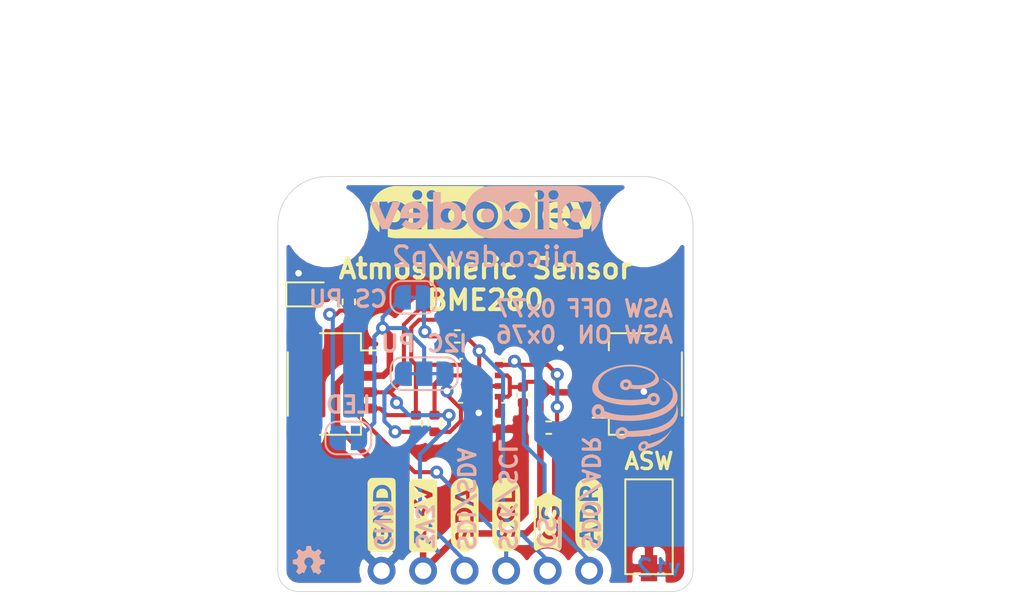
<source format=kicad_pcb>
(kicad_pcb (version 20171130) (host pcbnew "(5.1.12)-1")
  (title_block (title "PiicoDev Atmospheric Sensor BME280") (date 2021-03-23) (rev v10) (company "Core Electronics") (comment 1 "Based off https://github.com/sparkfun/Qwiic_Atmospheric_Sensor_Breakout_BME280") (comment 2 "released under Creative Commons Share-alike 4.0 International") (comment 3 https://creativecommons.org/licenses/by-sa/4.0/legalcode))
  (layers (0 F.Cu signal) (31 B.Cu signal) (34 B.Paste user) (35 F.Paste user) (36 B.SilkS user) (37 F.SilkS user) (38 B.Mask user) (39 F.Mask user) (44 Edge.Cuts user))
  (net 0 "")
  (net 1 GND)
  (net 2 +3V3)
  (net 3 "Net-(D1-Pad2)")
  (net 4 /SDI_SDA)
  (net 5 /SCK_SCL)
  (net 6 "Net-(JP2-Pad2)")
  (net 7 "Net-(JP3-Pad2)")
  (net 8 "Net-(JP1-Pad3)")
  (net 9 "Net-(JP1-Pad1)")
  (net 10 /SDO_ADR)
  (net 11 /~CS)
  (module CoreElectronics_Components:SolderJumper-2_P1.3mm_Bridged_RoundedPad1.0x1.5mm (layer B.Cu) (at 4.318 16.002 180)
    (fp_text reference JP2 hide)
    (fp_text value LED)
    (fp_poly (pts (xy 0.25 0.1) (xy -0.25 0.1) (xy -0.25 -0.1) (xy 0.25 -0.1)) (layer B.Cu) (width 0))
    (pad 1 smd custom (at -0.65 0 180) (size 1 0.5) (layers B.Cu B.Mask) (net 2 +3V3) (options (clearance outline) (anchor rect)) (primitives (gr_circle (center 0 -0.25) (end 0.5 -0.25) (width 0)) (gr_circle (center 0 0.25) (end 0.5 0.25) (width 0)) (gr_poly (pts (xy 0 0.75) (xy 0.5 0.75) (xy 0.5 -0.75) (xy 0 -0.75)) (width 0))))
    (pad 2 smd custom (at 0.65 0 180) (size 1 0.5) (layers B.Cu B.Mask) (net 6 "Net-(JP2-Pad2)") (options (clearance outline) (anchor rect)) (primitives (gr_circle (center 0 -0.25) (end 0.5 -0.25) (width 0)) (gr_circle (center 0 0.25) (end 0.5 0.25) (width 0)) (gr_poly (pts (xy 0 0.75) (xy -0.5 0.75) (xy -0.5 -0.75) (xy 0 -0.75)) (width 0))))
  )
  (module CoreElectronics_Components:SolderJumper-3_P1.3mm_Closed_RoundedPad1.0x1.5mm_NumberLabels (layer B.Cu) (at 8.954 12.07)
    (fp_text reference JP1 hide)
    (fp_text value SolderJumper_3_Bridged123)
    (fp_poly (pts (xy 0.8 -0.1) (xy -0.8 -0.1) (xy -0.8 0.1) (xy 0.8 0.1)) (layer B.Cu) (width 0))
    (pad 2 smd rect (at 0 0) (size 1 1.5) (layers B.Cu B.Mask) (net 2 +3V3))
    (pad 3 smd custom (at 1.3 0) (size 1 0.5) (layers B.Cu B.Mask) (net 8 "Net-(JP1-Pad3)") (options (clearance outline) (anchor rect)) (primitives (gr_circle (center 0 -0.25) (end 0.5 -0.25) (width 0)) (gr_circle (center 0 0.25) (end 0.5 0.25) (width 0)) (gr_poly (pts (xy -0.55 0.75) (xy 0 0.75) (xy 0 -0.75) (xy -0.55 -0.75)) (width 0))))
    (pad 1 smd custom (at -1.3 0) (size 1 0.5) (layers B.Cu B.Mask) (net 9 "Net-(JP1-Pad1)") (options (clearance outline) (anchor rect)) (primitives (gr_circle (center 0 -0.25) (end 0.5 -0.25) (width 0)) (gr_circle (center 0 0.25) (end 0.5 0.25) (width 0)) (gr_poly (pts (xy 0.55 0.75) (xy 0 0.75) (xy 0 -0.75) (xy 0.55 -0.75)) (width 0))))
  )
  (module CoreElectronics_Components:SolderJumper-2_P1.3mm_Bridged_RoundedPad1.0x1.5mm (layer B.Cu) (at 8.290799 7.391399)
    (fp_text reference JP3 hide)
    (fp_text value "EN I2C MODE")
    (fp_poly (pts (xy 0.25 0.1) (xy -0.25 0.1) (xy -0.25 -0.1) (xy 0.25 -0.1)) (layer B.Cu) (width 0))
    (pad 1 smd custom (at -0.65 0) (size 1 0.5) (layers B.Cu B.Mask) (net 2 +3V3) (options (clearance outline) (anchor rect)) (primitives (gr_circle (center 0 -0.25) (end 0.5 -0.25) (width 0)) (gr_circle (center 0 0.25) (end 0.5 0.25) (width 0)) (gr_poly (pts (xy 0 0.75) (xy 0.5 0.75) (xy 0.5 -0.75) (xy 0 -0.75)) (width 0))))
    (pad 2 smd custom (at 0.65 0) (size 1 0.5) (layers B.Cu B.Mask) (net 7 "Net-(JP3-Pad2)") (options (clearance outline) (anchor rect)) (primitives (gr_circle (center 0 -0.25) (end 0.5 -0.25) (width 0)) (gr_circle (center 0 0.25) (end 0.5 0.25) (width 0)) (gr_poly (pts (xy 0 0.75) (xy -0.5 0.75) (xy -0.5 -0.75) (xy 0 -0.75)) (width 0))))
  )
  (module CoreElectronics_Artwork:piicodev_logo_14.2x3.4mm (layer F.Cu) (at 12.716731 2.285999)
    (fp_text reference G3 hide)
    (fp_text value LOGO_made-with-love hide)
  )
  (module CoreElectronics_Artwork:CoreElectronics_logo_5mm (layer B.Cu) (at 21.843999 14.173199 180)
    (fp_text reference G1 hide)
    (fp_text value LOGO_CoreElectronics_no-text hide)
  )
  (module CoreElectronics_Artwork:oshw (layer B.Cu) (at 1.905 23.495 180)
    (fp_text reference LOGO1 hide)
    (fp_text value Logo_Open_Hardware_Small hide)
  )
  (module CoreElectronics_Artwork:piicodev_logo_14.2x3.4mm (layer B.Cu) (at 12.683269 2.285999 180)
    (fp_text reference G1 hide)
    (fp_text value LOGO_CoreElectronics_made-with-love hide)
  )
  (module CoreElectronics_Components:SW_DIP_x01_Slide_CHS-01A1 (layer F.Cu) (at 22.707599 21.437599)
    (fp_text reference SW1 hide)
    (fp_text value SW_DIP_x01)
    (pad 1 smd rect (at 0 2.54) (size 1 1.6) (layers F.Cu F.Paste F.Mask) (net 1 GND))
    (pad 2 smd rect (at 0 -2.54) (size 1 1.6) (layers F.Cu F.Paste F.Mask) (net 10 /SDO_ADR))
  )
  (module CoreElectronics_Logos:pin-label_CS (layer F.Cu) (at 16.674903 20.702381 90)
    (fp_text reference G*** hide)
    (fp_text value LOGO hide)
  )
  (module CoreElectronics_Logos:pin-label_ADR (layer F.Cu) (at 19.123936 20.702381 90)
    (fp_text reference G*** hide)
    (fp_text value LOGO hide)
  )
  (module CoreElectronics_Logos:pin-label_SDA (layer F.Cu) (at 11.507053 20.706 90)
    (fp_text reference G*** hide)
    (fp_text value LOGO hide)
  )
  (module CoreElectronics_Logos:pin-label_SCL (layer F.Cu) (at 14.046939 20.706 90)
    (fp_text reference G*** hide)
    (fp_text value LOGO hide)
  )
  (module CoreElectronics_Logos:pin-label_GND (layer F.Cu) (at 6.456235 20.706 90)
    (fp_text reference G*** hide)
    (fp_text value LOGO hide)
  )
  (module CoreElectronics_Logos:pin-label_3V3 (layer F.Cu) (at 8.987196 20.75108 90)
    (fp_text reference G*** hide)
    (fp_text value LOGO hide)
  )
  (module MountingHole:MountingHole_2.7mm_M2.5 (layer F.Cu) (at 22.4 3)
    (fp_text reference H2 hide)
    (fp_text value " ")
    (pad 1 np_thru_hole circle (at 0 0) (size 2.7 2.7) (drill 2.7) (layers *.Cu *.Mask))
  )
  (module MountingHole:MountingHole_2.7mm_M2.5 (layer F.Cu) (at 3 3)
    (fp_text reference H1 hide)
    (fp_text value " ")
    (pad 1 np_thru_hole circle (at 0 0) (size 2.7 2.7) (drill 2.7) (layers *.Cu *.Mask))
  )
  (module Connector_JST:JST_SH_SM04B-SRSS-TB_1x04-1MP_P1.00mm_Horizontal (layer F.Cu) (at 3.302 12.7 270)
    (fp_text reference J2 hide)
    (fp_text value piico hide)
    (pad 1 smd roundrect (at -1.5 -2 270) (size 0.6 1.55) (layers F.Cu F.Paste F.Mask) (net 1 GND))
    (pad 2 smd roundrect (at -0.5 -2 270) (size 0.6 1.55) (layers F.Cu F.Paste F.Mask) (net 2 +3V3))
    (pad 3 smd roundrect (at 0.5 -2 270) (size 0.6 1.55) (layers F.Cu F.Paste F.Mask) (net 4 /SDI_SDA))
    (pad 4 smd roundrect (at 1.5 -2 270) (size 0.6 1.55) (layers F.Cu F.Paste F.Mask) (net 5 /SCK_SCL))
    (pad MP smd roundrect (at -2.8 1.875 270) (size 1.2 1.8) (layers F.Cu F.Paste F.Mask) (roundrect_rratio 0.2083325))
    (pad MP smd roundrect (at 2.8 1.875 270) (size 1.2 1.8) (layers F.Cu F.Paste F.Mask) (roundrect_rratio 0.2083325))
  )
  (module Connector_JST:JST_SH_SM04B-SRSS-TB_1x04-1MP_P1.00mm_Horizontal (layer F.Cu) (at 22.035 12.7 90)
    (fp_text reference J1 hide)
    (fp_text value piico hide)
    (pad 1 smd roundrect (at -1.5 -2 90) (size 0.6 1.55) (layers F.Cu F.Paste F.Mask) (net 1 GND))
    (pad 2 smd roundrect (at -0.5 -2 90) (size 0.6 1.55) (layers F.Cu F.Paste F.Mask) (net 2 +3V3))
    (pad 3 smd roundrect (at 0.5 -2 90) (size 0.6 1.55) (layers F.Cu F.Paste F.Mask) (net 4 /SDI_SDA))
    (pad 4 smd roundrect (at 1.5 -2 90) (size 0.6 1.55) (layers F.Cu F.Paste F.Mask) (net 5 /SCK_SCL))
    (pad MP smd roundrect (at -2.8 1.875 90) (size 1.2 1.8) (layers F.Cu F.Paste F.Mask) (roundrect_rratio 0.2083325))
    (pad MP smd roundrect (at 2.8 1.875 90) (size 1.2 1.8) (layers F.Cu F.Paste F.Mask) (roundrect_rratio 0.2083325))
  )
  (module CoreElectronics_Connectors:PinHeader_1x06_P2.54mm_Vertical_no-silk (layer F.Cu) (at 6.35 24.13 90)
    (fp_text reference J3 hide)
    (fp_text value " " hide)
    (pad 1 thru_hole circle (at 0 0 90) (size 1.7 1.7) (drill 1) (layers *.Cu *.Mask) (net 1 GND))
    (pad 2 thru_hole oval (at 0 2.54 90) (size 1.7 1.7) (drill 1) (layers *.Cu *.Mask) (net 2 +3V3))
    (pad 3 thru_hole oval (at 0 5.08 90) (size 1.7 1.7) (drill 1) (layers *.Cu *.Mask) (net 4 /SDI_SDA))
    (pad 4 thru_hole oval (at 0 7.62 90) (size 1.7 1.7) (drill 1) (layers *.Cu *.Mask) (net 5 /SCK_SCL))
    (pad 5 thru_hole oval (at 0 10.16 90) (size 1.7 1.7) (drill 1) (layers *.Cu *.Mask) (net 11 /~CS))
    (pad 6 thru_hole oval (at 0 12.7 90) (size 1.7 1.7) (drill 1) (layers *.Cu *.Mask) (net 10 /SDO_ADR))
  )
  (module Package_LGA:Bosch_LGA-8_2.5x2.5mm_P0.65mm_ClockwisePinNumbering (layer F.Cu) (at 12.5 12.5 90)
    (fp_text reference U1 hide)
    (fp_text value BME280 hide)
    (pad 5 smd rect (at 0.975 1.025 180) (size 0.5 0.35) (layers F.Cu F.Paste F.Mask) (net 10 /SDO_ADR))
    (pad 6 smd rect (at 0.325 1.025 180) (size 0.5 0.35) (layers F.Cu F.Paste F.Mask) (net 2 +3V3))
    (pad 7 smd rect (at -0.325 1.025 180) (size 0.5 0.35) (layers F.Cu F.Paste F.Mask) (net 1 GND))
    (pad 8 smd rect (at -0.975 1.025 180) (size 0.5 0.35) (layers F.Cu F.Paste F.Mask) (net 2 +3V3))
    (pad 1 smd rect (at -0.975 -1.025 180) (size 0.5 0.35) (layers F.Cu F.Paste F.Mask) (net 1 GND))
    (pad 2 smd rect (at -0.325 -1.025 180) (size 0.5 0.35) (layers F.Cu F.Paste F.Mask) (net 11 /~CS))
    (pad 3 smd rect (at 0.325 -1.025 180) (size 0.5 0.35) (layers F.Cu F.Paste F.Mask) (net 4 /SDI_SDA))
    (pad 4 smd rect (at 0.975 -1.025 180) (size 0.5 0.35) (layers F.Cu F.Paste F.Mask) (net 5 /SCK_SCL))
  )
  (module Resistor_SMD:R_0402_1005Metric (layer F.Cu) (at 16.574 15.372)
    (fp_text reference R5 hide)
    (fp_text value 10k hide)
    (pad 2 smd roundrect (at 0.51 0) (size 0.54 0.64) (layers F.Cu F.Paste F.Mask) (net 10 /SDO_ADR))
    (pad 1 smd roundrect (at -0.51 0) (size 0.54 0.64) (layers F.Cu F.Paste F.Mask) (net 2 +3V3))
  )
  (module Resistor_SMD:R_0402_1005Metric (layer F.Cu) (at 10.986 9.784)
    (fp_text reference R4 hide)
    (fp_text value 10k hide)
    (pad 2 smd roundrect (at 0.51 0) (size 0.54 0.64) (layers F.Cu F.Paste F.Mask) (net 11 /~CS))
    (pad 1 smd roundrect (at -0.51 0) (size 0.54 0.64) (layers F.Cu F.Paste F.Mask) (net 7 "Net-(JP3-Pad2)"))
  )
  (module Resistor_SMD:R_0402_1005Metric (layer F.Cu) (at 4.343399 7.670799 90)
    (fp_text reference R3 hide)
    (fp_text value 10k hide)
    (pad 2 smd roundrect (at 0.51 0 90) (size 0.54 0.64) (layers F.Cu F.Paste F.Mask) (net 3 "Net-(D1-Pad2)"))
    (pad 1 smd roundrect (at -0.51 0 90) (size 0.54 0.64) (layers F.Cu F.Paste F.Mask) (net 6 "Net-(JP2-Pad2)"))
  )
  (module Resistor_SMD:R_0402_1005Metric (layer F.Cu) (at 8.446 15.118 90)
    (fp_text reference R2 hide)
    (fp_text value 10k hide)
    (pad 2 smd roundrect (at 0.51 0 90) (size 0.54 0.64) (layers F.Cu F.Paste F.Mask) (net 5 /SCK_SCL))
    (pad 1 smd roundrect (at -0.51 0 90) (size 0.54 0.64) (layers F.Cu F.Paste F.Mask) (net 9 "Net-(JP1-Pad1)"))
  )
  (module Resistor_SMD:R_0402_1005Metric (layer F.Cu) (at 9.589 15.118 90)
    (fp_text reference R1 hide)
    (fp_text value 10k hide)
    (pad 2 smd roundrect (at 0.51 0 90) (size 0.54 0.64) (layers F.Cu F.Paste F.Mask) (net 4 /SDI_SDA))
    (pad 1 smd roundrect (at -0.51 0 90) (size 0.54 0.64) (layers F.Cu F.Paste F.Mask) (net 8 "Net-(JP1-Pad3)"))
  )
  (module Fiducial:Fiducial_1mm_Mask2mm (layer F.Cu) (at 1.981199 23.418799)
    (fp_text reference FID2 hide)
    (fp_text value Fiducial hide)
    (pad "" smd circle (at 0 0) (size 1 1) (layers F.Cu F.Mask) (clearance 0.5))
  )
  (module Fiducial:Fiducial_1mm_Mask2mm (layer F.Cu) (at 23.240999 7.111999)
    (fp_text reference FID1 hide)
    (fp_text value Fiducial hide)
    (pad "" smd circle (at 0 0) (size 1 1) (layers F.Cu F.Mask) (clearance 0.5))
  )
  (module LED_SMD:LED_0603_1608Metric (layer F.Cu) (at 2.006599 7.213599)
    (fp_text reference D1 hide)
    (fp_text value LED hide)
    (pad 2 smd roundrect (at 0.7875 0) (size 0.875 0.95) (layers F.Cu F.Paste F.Mask) (net 3 "Net-(D1-Pad2)"))
    (pad 1 smd roundrect (at -0.7875 0) (size 0.875 0.95) (layers F.Cu F.Paste F.Mask) (net 1 GND))
  )
  (module Capacitor_SMD:C_0402_1005Metric (layer F.Cu) (at 13.592 14.964 270)
    (fp_text reference C2 hide)
    (fp_text value 100n hide)
    (pad 2 smd roundrect (at 0.48 0 270) (size 0.56 0.62) (layers F.Cu F.Paste F.Mask) (net 1 GND))
    (pad 1 smd roundrect (at -0.48 0 270) (size 0.56 0.62) (layers F.Cu F.Paste F.Mask) (net 2 +3V3))
  )
  (module Capacitor_SMD:C_0402_1005Metric (layer F.Cu) (at 14.992 13.364 270)
    (fp_text reference C1 hide)
    (fp_text value 100n hide)
    (pad 2 smd roundrect (at 0.48 0 270) (size 0.56 0.62) (layers F.Cu F.Paste F.Mask) (net 1 GND))
    (pad 1 smd roundrect (at -0.48 0 270) (size 0.56 0.62) (layers F.Cu F.Paste F.Mask) (net 2 +3V3))
  )
  (gr_text "0x77\n0x76" (at 17.144999 8.889999) (layer B.SilkS) (effects (font (size 1 1) (thickness 0.2)) (justify left mirror)))
  (gr_text piico.dev/p2 (at 12.699375 4.902199) (layer B.SilkS) (effects (font (size 1.2 1.2) (thickness 0.2)) (justify mirror)))
  (gr_line (start 0 24.13) (end 0 3) (layer Edge.Cuts) (width 0.05))
  (gr_line (start 25.4 3) (end 25.4 24.13) (layer Edge.Cuts) (width 0.05))
  (gr_arc (start 22.4 3) (end 25.4 3) (angle -90) (layer Edge.Cuts) (width 0.05))
  (gr_line (start 3 0) (end 22.4 0) (layer Edge.Cuts) (width 0.05))
  (gr_arc (start 1.269999 24.13) (end 0 24.13) (angle -90) (layer Edge.Cuts) (width 0.05))
  (gr_line (start 24.13 25.4) (end 1.269999 25.399999) (layer Edge.Cuts) (width 0.05))
  (gr_arc (start 24.13 24.13) (end 24.13 25.4) (angle -90) (layer Edge.Cuts) (width 0.05))
  (gr_arc (start 3 3) (end 3 0) (angle -90) (layer Edge.Cuts) (width 0.05))
  (gr_text v12 (at 23.3045 23.9395) (layer B.Cu) (effects (font (size 1 1) (thickness 0.2)) (justify mirror)))
  (gr_text SDO/ADR (at 19.13 19.3725 270) (layer B.SilkS) (effects (font (size 1 1) (thickness 0.2)) (justify mirror)))
  (gr_text ~CS (at 16.405 21.7855 270) (layer B.SilkS) (effects (font (size 1 1) (thickness 0.2)) (justify mirror)))
  (gr_text SCK/SCL (at 14.05 19.4995 270) (layer B.SilkS) (effects (font (size 1 1) (thickness 0.2)) (justify mirror)))
  (gr_text SDI/SDA (at 11.51 19.7535 270) (layer B.SilkS) (effects (font (size 1 1) (thickness 0.2)) (justify mirror)))
  (gr_text 3V3 (at 8.97 21.4045 270) (layer B.SilkS) (effects (font (size 1 1) (thickness 0.2)) (justify mirror)))
  (gr_text GND (at 6.43 21.4045 270) (layer B.SilkS) (effects (font (size 1 1) (thickness 0.2)) (justify mirror)))
  (gr_text ASW (at 22.707599 17.424399) (layer F.SilkS) (effects (font (size 1 1) (thickness 0.2))))
  (gr_text LED (at 4.318 13.97) (layer B.SilkS) (effects (font (size 1 1) (thickness 0.2)) (justify mirror)))
  (gr_text "I2C PU" (at 8.9535 10.2235) (layer B.SilkS) (effects (font (size 1 1) (thickness 0.2)) (justify mirror)))
  (gr_text "CS PU" (at 4.292599 7.492999) (layer B.SilkS) (effects (font (size 1 1) (thickness 0.2)) (justify mirror)))
  (gr_text "ASW OFF\nASW ON" (at 24.282399 8.889999) (layer B.SilkS) (effects (font (size 1 1) (thickness 0.2)) (justify left mirror)))
  (gr_text "Atmospheric Sensor\nBME280" (at 12.699375 6.604) (layer F.SilkS) (effects (font (size 1.2 1.2) (thickness 0.25))))
  (via (at 12.292 14.464) (size 0.8) (drill 0.4) (layers F.Cu B.Cu) (net 1))
  (segment (start 12.3115 13.475) (end 12.9615 12.825) (width 0.25) (layer F.Cu) (net 1))
  (segment (start 12.9615 12.825) (end 13.525 12.825) (width 0.25) (layer F.Cu) (net 1))
  (segment (start 11.475 13.475) (end 12.3115 13.475) (width 0.25) (layer F.Cu) (net 1))
  (via (at 22.392 13.164) (size 0.8) (drill 0.4) (layers F.Cu B.Cu) (net 1))
  (via (at 17.297399 10.490199) (size 0.8) (drill 0.4) (layers F.Cu B.Cu) (net 1))
  (via (at 1.269999 5.918199) (size 0.8) (drill 0.4) (layers F.Cu B.Cu) (net 1))
  (segment (start 1.219099 5.969099) (end 1.269999 5.918199) (width 0.25) (layer F.Cu) (net 1))
  (segment (start 1.219099 7.213599) (end 1.219099 5.969099) (width 0.25) (layer F.Cu) (net 1))
  (via (at 6.414 9.276) (size 0.8) (drill 0.4) (layers F.Cu B.Cu) (net 2))
  (segment (start 14.083001 13.475) (end 13.525 13.475) (width 0.25) (layer F.Cu) (net 2))
  (segment (start 14.192 13.366001) (end 14.083001 13.475) (width 0.25) (layer F.Cu) (net 2))
  (segment (start 14.028 12.175) (end 14.192 12.339) (width 0.25) (layer F.Cu) (net 2))
  (segment (start 13.525 12.175) (end 14.028 12.175) (width 0.25) (layer F.Cu) (net 2))
  (segment (start 13.592 13.542) (end 13.525 13.475) (width 0.25) (layer F.Cu) (net 2))
  (segment (start 13.592 14.484) (end 13.592 13.542) (width 0.25) (layer F.Cu) (net 2))
  (segment (start 14.272 12.884) (end 14.192 12.964) (width 0.25) (layer F.Cu) (net 2))
  (segment (start 14.992 12.884) (end 14.272 12.884) (width 0.25) (layer F.Cu) (net 2))
  (segment (start 14.192 12.964) (end 14.192 13.366001) (width 0.25) (layer F.Cu) (net 2))
  (segment (start 14.192 12.339) (end 14.192 12.964) (width 0.25) (layer F.Cu) (net 2))
  (segment (start 14.992 12.884) (end 14.992 12.764) (width 0.25) (layer F.Cu) (net 2))
  (segment (start 14.992 12.764) (end 15.192 12.564) (width 0.25) (layer F.Cu) (net 2))
  (segment (start 16.224 12.564) (end 16.66 13) (width 0.25) (layer F.Cu) (net 2))
  (segment (start 15.192 12.564) (end 16.224 12.564) (width 0.25) (layer F.Cu) (net 2))
  (segment (start 16.064 13.596) (end 16.66 13) (width 0.4) (layer F.Cu) (net 2))
  (segment (start 16.064 15.372) (end 16.064 13.596) (width 0.4) (layer F.Cu) (net 2))
  (segment (start 16.064 20.962) (end 16.064 15.372) (width 0.4) (layer F.Cu) (net 2))
  (segment (start 15.177 21.849) (end 16.064 20.962) (width 0.4) (layer F.Cu) (net 2))
  (segment (start 11.171 21.849) (end 15.177 21.849) (width 0.4) (layer F.Cu) (net 2))
  (segment (start 8.89 24.13) (end 11.171 21.849) (width 0.4) (layer F.Cu) (net 2))
  (segment (start 8.89 23.5) (end 8.89 24.13) (width 0.4) (layer B.Cu) (net 2))
  (segment (start 20.027 13.208) (end 20.035 13.2) (width 0.4) (layer F.Cu) (net 2))
  (segment (start 16.868 13.208) (end 20.027 13.208) (width 0.4) (layer F.Cu) (net 2))
  (segment (start 16.66 13) (end 16.868 13.208) (width 0.4) (layer F.Cu) (net 2))
  (segment (start 5.906 15.064) (end 4.968 16.002) (width 0.25) (layer B.Cu) (net 2))
  (segment (start 6.414 9.276) (end 5.906 9.784) (width 0.25) (layer B.Cu) (net 2))
  (segment (start 5.906 9.784) (end 5.906 15.064) (width 0.25) (layer B.Cu) (net 2))
  (segment (start 5.776 12.2) (end 5.784 12.192) (width 0.4) (layer F.Cu) (net 2))
  (segment (start 6.858 11.79098) (end 6.858 9.72) (width 0.4) (layer F.Cu) (net 2))
  (segment (start 3.6195 12.7) (end 4.1195 12.2) (width 0.4) (layer F.Cu) (net 2))
  (segment (start 6.45698 12.192) (end 6.858 11.79098) (width 0.4) (layer F.Cu) (net 2))
  (segment (start 4.1195 12.2) (end 5.776 12.2) (width 0.4) (layer F.Cu) (net 2))
  (segment (start 3.6195 15.24) (end 3.6195 12.7) (width 0.4) (layer F.Cu) (net 2))
  (segment (start 6.858 9.72) (end 6.414 9.276) (width 0.4) (layer F.Cu) (net 2))
  (segment (start 5.784 12.192) (end 6.45698 12.192) (width 0.4) (layer F.Cu) (net 2))
  (segment (start 8.89 20.5105) (end 3.6195 15.24) (width 0.4) (layer F.Cu) (net 2))
  (segment (start 8.89 24.13) (end 8.89 20.5105) (width 0.4) (layer F.Cu) (net 2))
  (segment (start 6.414 8.618198) (end 7.640799 7.391399) (width 0.25) (layer B.Cu) (net 2))
  (segment (start 6.414 9.276) (end 6.414 8.618198) (width 0.25) (layer B.Cu) (net 2))
  (segment (start 7.752 9.276) (end 6.414 9.276) (width 0.25) (layer B.Cu) (net 2))
  (segment (start 8.954 10.478) (end 7.752 9.276) (width 0.25) (layer B.Cu) (net 2))
  (segment (start 8.954 12.07) (end 8.954 10.478) (width 0.25) (layer B.Cu) (net 2))
  (segment (start 4.239799 7.289799) (end 4.343399 7.186199) (width 0.25) (layer F.Cu) (net 3))
  (segment (start 4.290599 7.213599) (end 4.343399 7.160799) (width 0.25) (layer F.Cu) (net 3))
  (segment (start 2.794099 7.213599) (end 4.290599 7.213599) (width 0.25) (layer F.Cu) (net 3))
  (segment (start 11.475 12.175) (end 10.119 12.175) (width 0.25) (layer F.Cu) (net 4))
  (segment (start 9.589 12.705) (end 9.589 14.608) (width 0.25) (layer F.Cu) (net 4))
  (segment (start 10.119 12.175) (end 9.589 12.705) (width 0.25) (layer F.Cu) (net 4))
  (via (at 10.478 14.61) (size 0.8) (drill 0.4) (layers F.Cu B.Cu) (net 4))
  (segment (start 9.589 14.608) (end 10.476 14.608) (width 0.25) (layer F.Cu) (net 4))
  (segment (start 10.476 14.608) (end 10.478 14.61) (width 0.25) (layer F.Cu) (net 4))
  (via (at 7.266 13.848) (size 0.8) (drill 0.4) (layers F.Cu B.Cu) (net 4))
  (segment (start 8.028 14.61) (end 7.266 13.848) (width 0.25) (layer B.Cu) (net 4))
  (segment (start 10.478 14.61) (end 8.028 14.61) (width 0.25) (layer B.Cu) (net 4))
  (segment (start 4.993 13.208) (end 6.882 13.208) (width 0.25) (layer F.Cu) (net 4))
  (segment (start 4.985 13.2) (end 4.993 13.208) (width 0.25) (layer F.Cu) (net 4))
  (segment (start 7.266 13.592) (end 6.882 13.208) (width 0.25) (layer F.Cu) (net 4))
  (segment (start 7.266 13.848) (end 7.266 13.592) (width 0.25) (layer F.Cu) (net 4))
  (segment (start 10.478 15.2395) (end 10.478 14.61) (width 0.25) (layer B.Cu) (net 4))
  (segment (start 8.7 17.0175) (end 10.478 15.2395) (width 0.25) (layer B.Cu) (net 4))
  (segment (start 11.43 23.5) (end 8.7 20.77) (width 0.25) (layer B.Cu) (net 4))
  (segment (start 8.7 20.77) (end 8.7 17.0175) (width 0.25) (layer B.Cu) (net 4))
  (segment (start 11.43 24.13) (end 11.43 23.5) (width 0.25) (layer B.Cu) (net 4))
  (segment (start 6.882 13.208) (end 7.714987 12.375013) (width 0.25) (layer F.Cu) (net 4))
  (segment (start 21.336 11.674) (end 20.81 12.2) (width 0.25) (layer F.Cu) (net 4))
  (segment (start 7.714987 9.066798) (end 8.648785 8.133) (width 0.25) (layer F.Cu) (net 4))
  (segment (start 8.648785 8.133) (end 18.8518 8.133) (width 0.25) (layer F.Cu) (net 4))
  (segment (start 18.8518 8.133) (end 21.336 10.6172) (width 0.25) (layer F.Cu) (net 4))
  (segment (start 21.336 10.6172) (end 21.336 11.674) (width 0.25) (layer F.Cu) (net 4))
  (segment (start 20.81 12.2) (end 20.035 12.2) (width 0.25) (layer F.Cu) (net 4))
  (segment (start 7.714987 12.375013) (end 7.714987 9.066798) (width 0.25) (layer F.Cu) (net 4))
  (segment (start 11.475 11.525) (end 8.446 11.525) (width 0.25) (layer F.Cu) (net 5))
  (segment (start 8.446 11.525) (end 8.446 14.608) (width 0.25) (layer F.Cu) (net 5))
  (segment (start 6.666 14.608) (end 8.446 14.608) (width 0.25) (layer F.Cu) (net 5))
  (segment (start 6.258 14.2) (end 6.666 14.608) (width 0.25) (layer F.Cu) (net 5))
  (segment (start 4.985 14.2) (end 6.258 14.2) (width 0.25) (layer F.Cu) (net 5))
  (via (at 9.7155 18.0975) (size 0.8) (drill 0.4) (layers F.Cu B.Cu) (net 5))
  (segment (start 4.985 14.705) (end 8.3775 18.0975) (width 0.25) (layer F.Cu) (net 5))
  (segment (start 4.985 14.2) (end 4.985 14.705) (width 0.25) (layer F.Cu) (net 5))
  (segment (start 13.97 22.352) (end 9.7155 18.0975) (width 0.25) (layer B.Cu) (net 5))
  (segment (start 8.3775 18.0975) (end 9.7155 18.0975) (width 0.25) (layer F.Cu) (net 5))
  (segment (start 13.97 23.5) (end 13.97 22.352) (width 0.25) (layer B.Cu) (net 5))
  (segment (start 8.164998 9.253198) (end 8.650196 8.768) (width 0.25) (layer F.Cu) (net 5))
  (segment (start 8.446 11.525) (end 8.164998 11.243998) (width 0.25) (layer F.Cu) (net 5))
  (segment (start 8.164998 11.243998) (end 8.164998 9.253198) (width 0.25) (layer F.Cu) (net 5))
  (segment (start 19.735 10.9) (end 20.035 11.2) (width 0.25) (layer F.Cu) (net 5))
  (segment (start 8.650196 8.768) (end 17.603 8.768) (width 0.25) (layer F.Cu) (net 5))
  (segment (start 17.603 8.768) (end 19.735 10.9) (width 0.25) (layer F.Cu) (net 5))
  (segment (start 3.3655 11.0545) (end 3.3655 15.6995) (width 0.25) (layer B.Cu) (net 6))
  (segment (start 3.3655 15.6995) (end 3.668 16.002) (width 0.25) (layer B.Cu) (net 6))
  (segment (start 3.3655 8.6233) (end 3.174999 8.432799) (width 0.25) (layer B.Cu) (net 6))
  (segment (start 3.3655 11.0545) (end 3.3655 8.6233) (width 0.25) (layer B.Cu) (net 6))
  (via (at 3.174999 8.432799) (size 0.8) (drill 0.4) (layers F.Cu B.Cu) (net 6))
  (segment (start 3.174999 8.432799) (end 3.581399 8.432799) (width 0.25) (layer F.Cu) (net 6))
  (segment (start 3.807999 8.206199) (end 4.343399 8.206199) (width 0.25) (layer F.Cu) (net 6))
  (segment (start 3.581399 8.432799) (end 3.807999 8.206199) (width 0.25) (layer F.Cu) (net 6))
  (segment (start 10.476 9.784) (end 9.28532 9.784) (width 0.25) (layer F.Cu) (net 7))
  (segment (start 9.28532 9.784) (end 8.996259 9.494939) (width 0.25) (layer F.Cu) (net 7))
  (via (at 8.996259 9.494939) (size 0.8) (drill 0.4) (layers F.Cu B.Cu) (net 7))
  (segment (start 8.940799 9.439479) (end 8.996259 9.494939) (width 0.25) (layer B.Cu) (net 7))
  (segment (start 8.940799 7.391399) (end 8.940799 9.439479) (width 0.25) (layer B.Cu) (net 7))
  (via (at 10.351 13.123) (size 0.8) (drill 0.4) (layers F.Cu B.Cu) (net 8))
  (segment (start 11.203001 14.213003) (end 10.351 13.361002) (width 0.25) (layer F.Cu) (net 8))
  (segment (start 10.351 13.361002) (end 10.351 13.123) (width 0.25) (layer F.Cu) (net 8))
  (segment (start 11.203001 14.958001) (end 11.203001 14.213003) (width 0.25) (layer F.Cu) (net 8))
  (segment (start 10.533002 15.628) (end 11.203001 14.958001) (width 0.25) (layer F.Cu) (net 8))
  (segment (start 9.589 15.628) (end 10.533002 15.628) (width 0.25) (layer F.Cu) (net 8))
  (segment (start 10.351 12.167) (end 10.254 12.07) (width 0.25) (layer B.Cu) (net 8))
  (segment (start 10.351 13.123) (end 10.351 12.167) (width 0.25) (layer B.Cu) (net 8))
  (via (at 7.176 15.626) (size 0.8) (drill 0.4) (layers F.Cu B.Cu) (net 9))
  (segment (start 8.446 15.628) (end 7.178 15.628) (width 0.25) (layer F.Cu) (net 9))
  (segment (start 7.178 15.628) (end 7.176 15.626) (width 0.25) (layer F.Cu) (net 9))
  (segment (start 7.654 12.07) (end 6.522001 13.201999) (width 0.25) (layer B.Cu) (net 9))
  (segment (start 6.522001 13.201999) (end 6.522001 14.972001) (width 0.25) (layer B.Cu) (net 9))
  (segment (start 6.522001 14.972001) (end 7.176 15.626) (width 0.25) (layer B.Cu) (net 9))
  (segment (start 17.082 15.37) (end 17.084 15.372) (width 0.25) (layer F.Cu) (net 10))
  (segment (start 14.256 11.525) (end 14.478 11.303) (width 0.25) (layer F.Cu) (net 10))
  (via (at 14.478 11.303) (size 0.8) (drill 0.4) (layers F.Cu B.Cu) (net 10))
  (segment (start 16.32 17.658) (end 15.05 16.388) (width 0.25) (layer B.Cu) (net 10))
  (segment (start 16.32 20.77) (end 16.32 17.658) (width 0.25) (layer B.Cu) (net 10))
  (segment (start 19.05 23.5) (end 16.32 20.77) (width 0.25) (layer B.Cu) (net 10))
  (segment (start 14.605 11.43) (end 14.478 11.303) (width 0.25) (layer B.Cu) (net 10))
  (segment (start 20.609599 18.897599) (end 17.084 15.372) (width 0.25) (layer F.Cu) (net 10))
  (segment (start 22.707599 18.897599) (end 20.609599 18.897599) (width 0.25) (layer F.Cu) (net 10))
  (segment (start 17.084 14.107198) (end 17.094199 14.096999) (width 0.25) (layer F.Cu) (net 10))
  (via (at 17.094199 14.096999) (size 0.8) (drill 0.4) (layers F.Cu B.Cu) (net 10))
  (segment (start 17.084 15.372) (end 17.084 14.107198) (width 0.25) (layer F.Cu) (net 10))
  (via (at 17.094199 12.115799) (size 0.8) (drill 0.4) (layers F.Cu B.Cu) (net 10))
  (segment (start 17.094199 14.096999) (end 17.094199 12.115799) (width 0.25) (layer B.Cu) (net 10))
  (segment (start 16.5034 11.525) (end 13.7094 11.525) (width 0.25) (layer F.Cu) (net 10))
  (segment (start 17.094199 12.115799) (end 16.5034 11.525) (width 0.25) (layer F.Cu) (net 10))
  (segment (start 13.7094 11.525) (end 14.256 11.525) (width 0.25) (layer F.Cu) (net 10))
  (segment (start 13.525 11.525) (end 13.7094 11.525) (width 0.25) (layer F.Cu) (net 10))
  (segment (start 15.05 11.875) (end 15.05 12.204198) (width 0.25) (layer B.Cu) (net 10))
  (segment (start 14.478 11.303) (end 15.05 11.875) (width 0.25) (layer B.Cu) (net 10))
  (segment (start 15.05 16.388) (end 15.05 12.204198) (width 0.25) (layer B.Cu) (net 10))
  (segment (start 11.496 9.784) (end 12.3195 10.6075) (width 0.25) (layer F.Cu) (net 11))
  (segment (start 12.3195 10.6075) (end 12.3195 10.673) (width 0.25) (layer F.Cu) (net 11))
  (via (at 12.3195 10.673) (size 0.8) (drill 0.4) (layers F.Cu B.Cu) (net 11))
  (segment (start 12.3195 12.561) (end 12.3195 10.673) (width 0.25) (layer F.Cu) (net 11))
  (segment (start 12.0555 12.825) (end 12.3195 12.561) (width 0.25) (layer F.Cu) (net 11))
  (segment (start 11.475 12.825) (end 12.0555 12.825) (width 0.25) (layer F.Cu) (net 11))
  (segment (start 13.78 12.1335) (end 12.3195 10.673) (width 0.25) (layer B.Cu) (net 11))
  (segment (start 13.78 20.77) (end 13.78 12.1335) (width 0.25) (layer B.Cu) (net 11))
  (segment (start 16.51 23.5) (end 13.78 20.77) (width 0.25) (layer B.Cu) (net 11))
  (zone (net 1) (net_name GND) (layer F.Cu) (connect_pads (clearance 0.508)) (min_thickness 0.254) (fill yes (arc_segments 32) (thermal_gap 0.508) (thermal_bridge_width 0.508))
    (polygon (pts (xy 23.4315 0.1905) (xy 24.3205 0.6985) (xy 25.0825 1.651) (xy 25.3365 2.4765) (xy 25.4 3.302) (xy 25.4 24.003) (xy 25.273 24.7015) (xy 24.8285 25.2095) (xy 24.1935 25.4) (xy 1.0795 25.4) (xy 0.508 25.146) (xy 0.127 24.7015) (xy 0 24.13) (xy 0.0005 2.8575) (xy 0.254 1.8415) (xy 0.6985 1.0795) (xy 1.3335 0.508) (xy 2.2225 0.127) (xy 3.048 0) (xy 22.5425 0)))
  )
  (zone (net 1) (net_name GND) (layer B.Cu) (connect_pads (clearance 0.508)) (min_thickness 0.254) (fill yes (arc_segments 32) (thermal_gap 0.508) (thermal_bridge_width 0.508))
    (polygon (pts (xy 23.4315 0.1905) (xy 24.3205 0.6985) (xy 25.0825 1.651) (xy 25.3365 2.4765) (xy 25.4 3.302) (xy 25.4 24.003) (xy 25.273 24.7015) (xy 24.8285 25.2095) (xy 24.1935 25.4) (xy 1.0795 25.4) (xy 0.508 25.146) (xy 0.127 24.7015) (xy 0 24.13) (xy 0.0005 2.8575) (xy 0.254 1.8415) (xy 0.6985 1.0795) (xy 1.3335 0.508) (xy 2.2225 0.127) (xy 3.048 0) (xy 22.5425 0)))
  )
)
</source>
